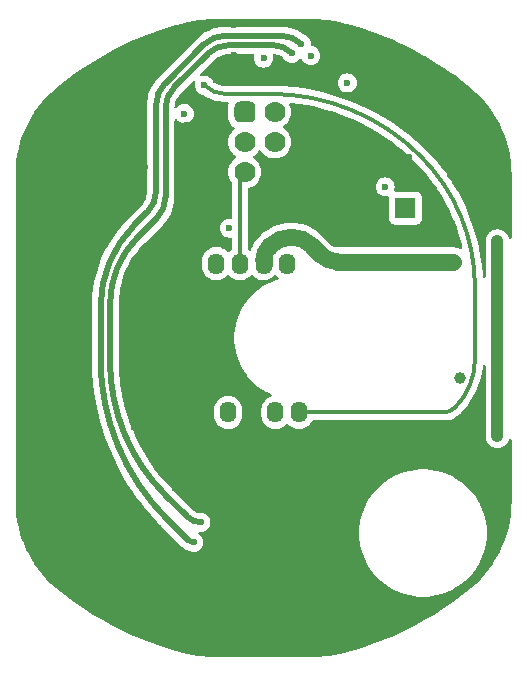
<source format=gbr>
%TF.GenerationSoftware,KiCad,Pcbnew,8.0.7*%
%TF.CreationDate,2025-09-19T21:14:15-06:00*%
%TF.ProjectId,MiniBall,4d696e69-4261-46c6-9c2e-6b696361645f,rev?*%
%TF.SameCoordinates,Original*%
%TF.FileFunction,Copper,L3,Inr*%
%TF.FilePolarity,Positive*%
%FSLAX46Y46*%
G04 Gerber Fmt 4.6, Leading zero omitted, Abs format (unit mm)*
G04 Created by KiCad (PCBNEW 8.0.7) date 2025-09-19 21:14:15*
%MOMM*%
%LPD*%
G01*
G04 APERTURE LIST*
G04 Aperture macros list*
%AMRoundRect*
0 Rectangle with rounded corners*
0 $1 Rounding radius*
0 $2 $3 $4 $5 $6 $7 $8 $9 X,Y pos of 4 corners*
0 Add a 4 corners polygon primitive as box body*
4,1,4,$2,$3,$4,$5,$6,$7,$8,$9,$2,$3,0*
0 Add four circle primitives for the rounded corners*
1,1,$1+$1,$2,$3*
1,1,$1+$1,$4,$5*
1,1,$1+$1,$6,$7*
1,1,$1+$1,$8,$9*
0 Add four rect primitives between the rounded corners*
20,1,$1+$1,$2,$3,$4,$5,0*
20,1,$1+$1,$4,$5,$6,$7,0*
20,1,$1+$1,$6,$7,$8,$9,0*
20,1,$1+$1,$8,$9,$2,$3,0*%
G04 Aperture macros list end*
%TA.AperFunction,ComponentPad*%
%ADD10RoundRect,0.444500X-0.444500X-0.444500X0.444500X-0.444500X0.444500X0.444500X-0.444500X0.444500X0*%
%TD*%
%TA.AperFunction,ComponentPad*%
%ADD11C,1.778000*%
%TD*%
%TA.AperFunction,ComponentPad*%
%ADD12R,1.778000X1.778000*%
%TD*%
%TA.AperFunction,ComponentPad*%
%ADD13O,1.400000X1.800000*%
%TD*%
%TA.AperFunction,ViaPad*%
%ADD14C,1.400000*%
%TD*%
%TA.AperFunction,ViaPad*%
%ADD15C,0.600000*%
%TD*%
%TA.AperFunction,ViaPad*%
%ADD16C,1.000000*%
%TD*%
%TA.AperFunction,ViaPad*%
%ADD17C,1.016000*%
%TD*%
%TA.AperFunction,Conductor*%
%ADD18C,1.400000*%
%TD*%
%TA.AperFunction,Conductor*%
%ADD19C,0.350000*%
%TD*%
%TA.AperFunction,Conductor*%
%ADD20C,1.000000*%
%TD*%
%TA.AperFunction,Conductor*%
%ADD21C,0.500000*%
%TD*%
G04 APERTURE END LIST*
D10*
%TO.N,MISO*%
%TO.C,MCU.J.1*%
X146901110Y-85863600D03*
D11*
%TO.N,V_USB*%
X149441110Y-85863600D03*
%TO.N,SCLK*%
X146901110Y-88403600D03*
%TO.N,MOSI*%
X149441110Y-88403600D03*
%TO.N,~{RESET}*%
X146901110Y-90943600D03*
%TO.N,GND*%
X149441110Y-90943600D03*
%TD*%
D12*
%TO.N,NetMCU.J.3_1*%
%TO.C,MCU.J.3*%
X160511100Y-94003600D03*
D11*
%TO.N,GND*%
X163051100Y-94003600D03*
%TD*%
D13*
%TO.N,NetMCU.U.1_31*%
%TO.C,MOS.U.2*%
X150501120Y-98703600D03*
%TO.N,NetMOS.D.1_C*%
X148501120Y-98703600D03*
%TO.N,~{RESET}*%
X146501120Y-98703600D03*
%TO.N,NetMCU.U.1_28*%
X144501120Y-98703600D03*
%TO.N,V_USB*%
X145501120Y-111303600D03*
%TO.N,GND*%
X147501120Y-111303600D03*
%TO.N,NetMOS.C.2_2*%
X149501120Y-111303600D03*
%TO.N,NetMCU.U.1_12*%
X151501120Y-111303600D03*
%TD*%
D14*
%TO.N,NetMOS.D.1_C*%
X164576100Y-98528600D03*
D15*
%TO.N,NetMCU.U.1_12*%
X143501100Y-83603600D03*
%TO.N,V_USB*%
X152501100Y-81103600D03*
X145601110Y-95703600D03*
X158801100Y-92203600D03*
X155601110Y-83403600D03*
X148501100Y-81303600D03*
X141801110Y-86003600D03*
D16*
X165101100Y-108403600D03*
%TO.N,NetMOS.R.3_1*%
X168301110Y-96803600D03*
X168301110Y-113303600D03*
D15*
%TO.N,NetMCU.U.1_4*%
X143201110Y-120603600D03*
X150901100Y-80903600D03*
%TO.N,NetMCU.U.1_3*%
X151701100Y-80103600D03*
X142601110Y-122303600D03*
%TO.N,GND*%
X131501110Y-91503600D03*
D17*
X156501100Y-79503600D03*
X161401100Y-127903600D03*
D15*
X128401100Y-101803600D03*
D17*
X157301100Y-117403600D03*
X156301100Y-123903600D03*
D15*
X153501100Y-129003600D03*
X140501110Y-96303600D03*
X153001100Y-87503600D03*
X167001100Y-112003600D03*
X140001100Y-121503600D03*
X135501110Y-115503600D03*
X131601110Y-115903600D03*
X137501100Y-101503600D03*
X133501100Y-107003600D03*
X143501100Y-127503600D03*
X146001100Y-78503600D03*
X156801100Y-127803600D03*
X155101100Y-112203600D03*
X162301100Y-112603600D03*
X138601100Y-98603600D03*
X146001100Y-81003600D03*
X142001100Y-87003600D03*
X143001110Y-119503600D03*
X162701100Y-87603600D03*
X135501110Y-96003600D03*
X134501100Y-85503600D03*
X133101100Y-119703600D03*
X134001110Y-111503600D03*
X131301100Y-125103600D03*
X143001110Y-96503600D03*
X151301100Y-92203600D03*
X164501110Y-96403600D03*
X148801100Y-117203600D03*
D17*
X165001100Y-84503600D03*
D15*
X137501100Y-119003600D03*
X133001110Y-85503600D03*
X147101100Y-117203600D03*
X153501100Y-126003600D03*
X133501100Y-103503600D03*
X137501100Y-105503600D03*
X131501110Y-90003600D03*
X142501100Y-130003600D03*
X131501110Y-93003600D03*
X153001100Y-91503600D03*
X143501100Y-129003600D03*
X141001100Y-117703600D03*
X167001100Y-117003600D03*
X142001100Y-79003600D03*
X131501110Y-87003600D03*
X137501100Y-108503600D03*
X154501110Y-130003600D03*
X160801110Y-89703600D03*
X167001100Y-90903600D03*
X142001100Y-92503600D03*
X159001100Y-88503600D03*
X142501100Y-131503600D03*
X153001100Y-89503600D03*
X137501100Y-112503600D03*
X139501100Y-115503600D03*
X153001100Y-124503600D03*
X152401100Y-114003600D03*
X147801100Y-119703600D03*
X134501100Y-93503600D03*
D17*
X138501100Y-80503600D03*
D15*
X139201110Y-127203600D03*
X135301110Y-82203600D03*
D17*
X163701100Y-115603600D03*
D15*
X151501100Y-78503600D03*
X128401100Y-96803600D03*
X153401100Y-95803600D03*
X131501110Y-88503600D03*
X147601100Y-95703600D03*
D17*
X134301110Y-127503600D03*
X168301110Y-120503600D03*
X168701100Y-95103600D03*
D15*
X142001100Y-90503600D03*
X128701100Y-112903600D03*
D17*
X131501110Y-84503600D03*
D15*
X158901100Y-96403600D03*
X153501100Y-127503600D03*
X159001100Y-84503600D03*
X136001100Y-85503600D03*
X137501100Y-93003600D03*
X159001100Y-80503600D03*
X153901100Y-118803600D03*
X154501110Y-131503600D03*
X138501100Y-90503600D03*
X136001100Y-93503600D03*
X135701100Y-123003600D03*
X142901110Y-113703600D03*
D17*
X128501100Y-92503600D03*
D15*
X160001100Y-115003600D03*
X133001110Y-93503600D03*
X154001100Y-81003600D03*
X128501100Y-106703600D03*
X138001110Y-91503600D03*
X133501100Y-99503600D03*
%TD*%
D18*
%TO.N,NetMOS.D.1_C*%
X152551690Y-97154190D02*
X153376100Y-97978600D01*
X148976100Y-97278600D02*
X149059240Y-97195460D01*
X154703920Y-98528600D02*
X164576100Y-98528600D01*
X148501120Y-98703600D02*
X148501120Y-98425320D01*
X154703920Y-98528600D02*
G75*
G02*
X153376095Y-97978605I-20J1877800D01*
G01*
X150855290Y-96451510D02*
G75*
G02*
X152551698Y-97154172I10J-2399090D01*
G01*
X149059239Y-97195469D02*
G75*
G02*
X150855290Y-96451507I1796061J-1796031D01*
G01*
X148501120Y-98425320D02*
G75*
G02*
X148976099Y-97278599I1621680J20D01*
G01*
D19*
%TO.N,NetMCU.U.1_12*%
X161794410Y-89596910D02*
X161796030Y-89598520D01*
X166401100Y-106813650D02*
X166401100Y-100699580D01*
X161796030Y-89598520D02*
X161807300Y-89609790D01*
X161807300Y-89609790D02*
X161807880Y-89610390D01*
X145251420Y-84328600D02*
X149074070Y-84328600D01*
X151501120Y-111303600D02*
X163694000Y-111303600D01*
X166401100Y-100697690D02*
X166401100Y-100699580D01*
X149074070Y-84328600D02*
X149075950Y-84328600D01*
X164715502Y-110881245D02*
G75*
G02*
X163694000Y-111303621I-1021502J1024045D01*
G01*
X149075958Y-84328610D02*
G75*
G02*
X161794393Y-89596937I-58J-17986290D01*
G01*
X145251420Y-84328600D02*
G75*
G02*
X143501104Y-83603606I-20J2475300D01*
G01*
X166401100Y-106813650D02*
G75*
G02*
X164715467Y-110881210I-5750600J50D01*
G01*
X161807879Y-89610383D02*
G75*
G02*
X166401081Y-100697684I-11084979J-11087317D01*
G01*
%TO.N,~{RESET}*%
X146501120Y-98703600D02*
X146501120Y-91909250D01*
X146501120Y-91909250D02*
G75*
G02*
X146901073Y-90943563I1365680J50D01*
G01*
D20*
%TO.N,NetMOS.R.3_1*%
X168301110Y-113303600D02*
X168301110Y-96803600D01*
D21*
%TO.N,NetMCU.U.1_4*%
X145553210Y-80203600D02*
X149301110Y-80203600D01*
X140201110Y-93051490D02*
X140201110Y-85555700D01*
X140195330Y-118297820D02*
X142006130Y-120108630D01*
X140194960Y-118297460D02*
X140195330Y-118297820D01*
X135501100Y-102124930D02*
X135501110Y-102127180D01*
X140945060Y-83759650D02*
X143757150Y-80947550D01*
X135501110Y-106965800D02*
X135501110Y-102127180D01*
X135501100Y-106968060D02*
X135501110Y-106965800D01*
X150837500Y-80840000D02*
X150901100Y-80903600D01*
X137851080Y-96453630D02*
X139457160Y-94847550D01*
X140194956Y-118297461D02*
G75*
G02*
X135501121Y-106968060I11325744J11329361D01*
G01*
X140201110Y-85555700D02*
G75*
G02*
X140945061Y-83759651I2539990J0D01*
G01*
X135501110Y-102124928D02*
G75*
G02*
X137851071Y-96453614I8018390J28D01*
G01*
X143201110Y-120603610D02*
G75*
G02*
X142006138Y-120108632I-10J1689910D01*
G01*
X143757159Y-80947549D02*
G75*
G02*
X145553210Y-80203607I1796041J-1796051D01*
G01*
X140201110Y-93051490D02*
G75*
G02*
X139457168Y-94847548I-2540010J-10D01*
G01*
X149301110Y-80203600D02*
G75*
G02*
X150837507Y-80840003I-10J-2172800D01*
G01*
%TO.N,NetMCU.U.1_3*%
X134701100Y-106741460D02*
X134701100Y-102351450D01*
X134701100Y-106743710D02*
X134701100Y-106741460D01*
X140331290Y-120333800D02*
X140331660Y-120334160D01*
X134701100Y-102349190D02*
X134701100Y-102351450D01*
X140331660Y-120334160D02*
X142122830Y-122125330D01*
X140145050Y-83459650D02*
X143457160Y-80147550D01*
X145253210Y-79403600D02*
X150011150Y-79403600D01*
X137563210Y-95441490D02*
X138657160Y-94347550D01*
X139401110Y-92551500D02*
X139401110Y-85255710D01*
X142553210Y-122303600D02*
X142601110Y-122303600D01*
X140331294Y-120333800D02*
G75*
G02*
X134701079Y-106743708I13586406J13590000D01*
G01*
X150011150Y-79403590D02*
G75*
G02*
X151701092Y-80103608I-50J-2390010D01*
G01*
X142553203Y-122303600D02*
G75*
G02*
X142122835Y-122125326I-3J608600D01*
G01*
X139401110Y-92551500D02*
G75*
G02*
X138657163Y-94347553I-2540010J0D01*
G01*
X139401110Y-85255710D02*
G75*
G02*
X140145056Y-83459656I2539990J10D01*
G01*
X143457159Y-80147549D02*
G75*
G02*
X145253210Y-79403607I1796041J-1796051D01*
G01*
X134701100Y-102349188D02*
G75*
G02*
X137563218Y-95441500I9766900J-12D01*
G01*
%TD*%
%TA.AperFunction,Conductor*%
%TO.N,GND*%
G36*
X152715780Y-78004134D02*
G01*
X153160036Y-78014634D01*
X153165860Y-78014909D01*
X153607732Y-78046284D01*
X153613529Y-78046834D01*
X154053417Y-78099047D01*
X154059169Y-78099868D01*
X154496097Y-78172804D01*
X154501827Y-78173900D01*
X154935704Y-78267585D01*
X154940646Y-78268759D01*
X155131696Y-78318321D01*
X155870806Y-78510058D01*
X155875003Y-78511226D01*
X156797051Y-78785332D01*
X156801127Y-78786622D01*
X157712960Y-79092947D01*
X157717044Y-79094398D01*
X157779464Y-79117839D01*
X158617573Y-79432575D01*
X158621625Y-79434179D01*
X159509653Y-79803757D01*
X159513645Y-79805501D01*
X159773112Y-79924345D01*
X160388195Y-80206073D01*
X160392082Y-80207937D01*
X160730979Y-80377811D01*
X161251992Y-80638972D01*
X161255852Y-80640992D01*
X162100093Y-81101974D01*
X162103880Y-81104129D01*
X162137992Y-81124342D01*
X162931404Y-81594484D01*
X162935098Y-81596761D01*
X163744895Y-82115894D01*
X163748481Y-82118283D01*
X164395811Y-82566110D01*
X164539561Y-82665558D01*
X164543100Y-82668100D01*
X164684943Y-82773784D01*
X165289657Y-83224345D01*
X165314420Y-83242795D01*
X165317849Y-83245445D01*
X165712972Y-83562025D01*
X166067895Y-83846396D01*
X166072340Y-83850131D01*
X166189202Y-83953123D01*
X166485527Y-84214279D01*
X166490840Y-84219246D01*
X166562549Y-84290335D01*
X166833655Y-84559100D01*
X166881386Y-84606418D01*
X166886399Y-84611688D01*
X167253580Y-85021101D01*
X167258275Y-85026656D01*
X167600811Y-85456881D01*
X167605173Y-85462702D01*
X167921898Y-85912273D01*
X167925911Y-85918339D01*
X168215738Y-86385716D01*
X168219388Y-86392007D01*
X168481308Y-86875563D01*
X168484583Y-86882057D01*
X168717702Y-87380138D01*
X168720591Y-87386813D01*
X168924110Y-87897718D01*
X168926602Y-87904551D01*
X169098255Y-88421802D01*
X169099816Y-88426504D01*
X169101901Y-88433465D01*
X169120413Y-88502565D01*
X169244206Y-88964656D01*
X169245882Y-88971733D01*
X169356808Y-89510392D01*
X169358065Y-89517556D01*
X169437215Y-90061767D01*
X169438050Y-90068993D01*
X169485155Y-90616908D01*
X169485565Y-90624170D01*
X169500548Y-91177020D01*
X169500594Y-91180655D01*
X169500439Y-91250070D01*
X169500600Y-91252560D01*
X169500600Y-96461603D01*
X169480915Y-96528642D01*
X169428111Y-96574397D01*
X169358953Y-96584341D01*
X169295397Y-96555316D01*
X169262040Y-96509057D01*
X169246593Y-96471766D01*
X169242493Y-96460310D01*
X169229924Y-96418873D01*
X169209514Y-96380691D01*
X169204313Y-96369695D01*
X169187742Y-96329686D01*
X169163682Y-96293678D01*
X169157426Y-96283240D01*
X169137021Y-96245064D01*
X169137020Y-96245062D01*
X169109548Y-96211588D01*
X169102304Y-96201819D01*
X169078250Y-96165819D01*
X169078246Y-96165814D01*
X169047630Y-96135199D01*
X169039456Y-96126181D01*
X169011994Y-96092718D01*
X168978526Y-96065251D01*
X168969511Y-96057079D01*
X168938897Y-96026465D01*
X168938893Y-96026462D01*
X168938890Y-96026460D01*
X168922249Y-96015340D01*
X168902882Y-96002399D01*
X168893112Y-95995152D01*
X168859653Y-95967694D01*
X168859645Y-95967688D01*
X168837549Y-95955878D01*
X168821460Y-95947278D01*
X168811028Y-95941025D01*
X168775028Y-95916970D01*
X168775024Y-95916968D01*
X168735025Y-95900400D01*
X168724023Y-95895197D01*
X168685839Y-95874787D01*
X168685838Y-95874786D01*
X168685837Y-95874786D01*
X168644387Y-95862212D01*
X168632944Y-95858117D01*
X168592944Y-95841548D01*
X168592937Y-95841546D01*
X168550488Y-95833103D01*
X168538685Y-95830147D01*
X168497244Y-95817576D01*
X168497240Y-95817575D01*
X168454145Y-95813330D01*
X168442116Y-95811545D01*
X168399654Y-95803100D01*
X168399651Y-95803100D01*
X168356354Y-95803100D01*
X168344200Y-95802503D01*
X168301110Y-95798259D01*
X168258020Y-95802503D01*
X168245866Y-95803100D01*
X168202563Y-95803100D01*
X168160101Y-95811545D01*
X168148073Y-95813330D01*
X168104977Y-95817576D01*
X168063537Y-95830146D01*
X168051736Y-95833102D01*
X168009276Y-95841548D01*
X168009271Y-95841549D01*
X167969269Y-95858118D01*
X167957817Y-95862216D01*
X167916382Y-95874786D01*
X167878201Y-95895194D01*
X167867203Y-95900395D01*
X167827201Y-95916964D01*
X167791190Y-95941026D01*
X167780755Y-95947280D01*
X167742575Y-95967687D01*
X167742570Y-95967691D01*
X167709100Y-95995157D01*
X167699335Y-96002399D01*
X167663335Y-96026455D01*
X167663329Y-96026460D01*
X167632705Y-96057083D01*
X167623694Y-96065250D01*
X167590227Y-96092717D01*
X167562760Y-96126184D01*
X167554593Y-96135195D01*
X167523970Y-96165819D01*
X167523965Y-96165825D01*
X167499909Y-96201825D01*
X167492667Y-96211590D01*
X167465201Y-96245060D01*
X167465197Y-96245065D01*
X167444790Y-96283245D01*
X167438536Y-96293680D01*
X167414474Y-96329691D01*
X167397905Y-96369693D01*
X167392704Y-96380691D01*
X167372296Y-96418872D01*
X167359726Y-96460307D01*
X167355628Y-96471759D01*
X167339059Y-96511761D01*
X167339058Y-96511766D01*
X167330612Y-96554226D01*
X167327656Y-96566027D01*
X167315086Y-96607467D01*
X167310840Y-96650563D01*
X167309055Y-96662591D01*
X167300610Y-96705053D01*
X167300610Y-96748354D01*
X167300013Y-96760507D01*
X167295769Y-96803599D01*
X167300013Y-96846690D01*
X167300610Y-96858844D01*
X167300610Y-99798588D01*
X167280925Y-99865627D01*
X167228121Y-99911382D01*
X167158963Y-99921326D01*
X167095407Y-99892301D01*
X167057633Y-99833523D01*
X167052742Y-99804321D01*
X167041669Y-99564830D01*
X166971925Y-98812282D01*
X166867495Y-98063759D01*
X166728603Y-97320858D01*
X166555545Y-96585165D01*
X166348691Y-95858251D01*
X166108481Y-95141667D01*
X165835429Y-94436943D01*
X165530117Y-93745584D01*
X165193198Y-93069064D01*
X165019382Y-92757055D01*
X164825401Y-92408848D01*
X164825381Y-92408814D01*
X164481844Y-91854076D01*
X164427479Y-91766288D01*
X164427474Y-91766281D01*
X164427468Y-91766271D01*
X164069629Y-91243982D01*
X164000313Y-91142811D01*
X163544806Y-90539731D01*
X163061928Y-89958334D01*
X162892762Y-89772805D01*
X162552731Y-89399882D01*
X162552722Y-89399873D01*
X162552712Y-89399862D01*
X162336036Y-89183229D01*
X162335981Y-89183169D01*
X162324929Y-89172118D01*
X162321911Y-89168798D01*
X162319391Y-89166293D01*
X162319390Y-89166292D01*
X162287385Y-89134483D01*
X162285720Y-89132795D01*
X162246738Y-89092470D01*
X162242096Y-89088527D01*
X162242373Y-89088199D01*
X162234104Y-89081293D01*
X162222543Y-89069732D01*
X162221975Y-89069218D01*
X162190188Y-89037430D01*
X161984117Y-88831349D01*
X161383674Y-88281122D01*
X161383670Y-88281119D01*
X161383665Y-88281114D01*
X160759797Y-87757607D01*
X160113697Y-87261818D01*
X159446549Y-86794659D01*
X158759695Y-86357069D01*
X158054389Y-85949847D01*
X157505805Y-85664263D01*
X157331989Y-85573777D01*
X157331982Y-85573774D01*
X157331973Y-85573769D01*
X156593877Y-85229577D01*
X155841456Y-84917904D01*
X155076168Y-84639352D01*
X155076156Y-84639348D01*
X155076150Y-84639346D01*
X154299425Y-84394437D01*
X154299411Y-84394433D01*
X154299404Y-84394431D01*
X153512756Y-84183641D01*
X152717648Y-84007363D01*
X151915593Y-83865933D01*
X151202079Y-83771993D01*
X151108140Y-83759625D01*
X150837699Y-83735963D01*
X150296819Y-83688640D01*
X149483170Y-83653111D01*
X149148590Y-83653110D01*
X149148383Y-83653100D01*
X149142481Y-83653100D01*
X149140601Y-83653100D01*
X145255480Y-83653100D01*
X145247371Y-83652835D01*
X145024601Y-83638235D01*
X145008519Y-83636117D01*
X144793560Y-83593360D01*
X144777894Y-83589163D01*
X144570351Y-83518714D01*
X144555365Y-83512506D01*
X144358794Y-83415569D01*
X144344747Y-83407459D01*
X144338966Y-83403596D01*
X154795545Y-83403596D01*
X154795545Y-83403603D01*
X154815740Y-83582849D01*
X154815741Y-83582854D01*
X154875321Y-83753123D01*
X154971294Y-83905862D01*
X155098848Y-84033416D01*
X155251588Y-84129389D01*
X155298594Y-84145837D01*
X155421855Y-84188968D01*
X155421860Y-84188969D01*
X155601106Y-84209165D01*
X155601110Y-84209165D01*
X155601114Y-84209165D01*
X155780359Y-84188969D01*
X155780362Y-84188968D01*
X155780365Y-84188968D01*
X155950632Y-84129389D01*
X156103372Y-84033416D01*
X156230926Y-83905862D01*
X156326899Y-83753122D01*
X156386478Y-83582855D01*
X156388825Y-83562025D01*
X156406675Y-83403603D01*
X156406675Y-83403596D01*
X156386479Y-83224350D01*
X156386478Y-83224345D01*
X156377855Y-83199701D01*
X156326899Y-83054078D01*
X156230926Y-82901338D01*
X156103372Y-82773784D01*
X156060663Y-82746948D01*
X155950633Y-82677811D01*
X155780364Y-82618231D01*
X155780359Y-82618230D01*
X155601114Y-82598035D01*
X155601106Y-82598035D01*
X155421860Y-82618230D01*
X155421855Y-82618231D01*
X155251586Y-82677811D01*
X155098847Y-82773784D01*
X154971294Y-82901337D01*
X154875321Y-83054076D01*
X154815741Y-83224345D01*
X154815740Y-83224350D01*
X154795545Y-83403596D01*
X144338966Y-83403596D01*
X144295435Y-83374510D01*
X144250629Y-83320898D01*
X144247283Y-83312362D01*
X144247164Y-83312021D01*
X144226889Y-83254078D01*
X144221473Y-83245459D01*
X144130915Y-83101337D01*
X144003362Y-82973784D01*
X143850623Y-82877811D01*
X143680354Y-82818231D01*
X143680349Y-82818230D01*
X143501104Y-82798035D01*
X143501096Y-82798035D01*
X143321850Y-82818230D01*
X143321839Y-82818233D01*
X143259317Y-82840110D01*
X143189539Y-82843671D01*
X143128912Y-82808942D01*
X143096685Y-82746948D01*
X143103091Y-82677372D01*
X143130681Y-82635389D01*
X144227234Y-81538832D01*
X144227302Y-81538772D01*
X144232061Y-81534012D01*
X144232064Y-81534011D01*
X144284963Y-81481111D01*
X144290860Y-81475588D01*
X144457726Y-81329250D01*
X144470587Y-81319383D01*
X144651706Y-81198364D01*
X144665740Y-81190261D01*
X144861119Y-81093911D01*
X144876079Y-81087715D01*
X145082365Y-81017691D01*
X145098012Y-81013498D01*
X145311666Y-80971000D01*
X145327721Y-80968885D01*
X145549291Y-80954364D01*
X145557389Y-80954100D01*
X145632088Y-80954100D01*
X147600541Y-80954100D01*
X147667580Y-80973785D01*
X147713335Y-81026589D01*
X147723279Y-81095747D01*
X147717583Y-81119054D01*
X147715732Y-81124342D01*
X147715730Y-81124350D01*
X147695535Y-81303596D01*
X147695535Y-81303603D01*
X147715730Y-81482849D01*
X147715731Y-81482854D01*
X147775311Y-81653123D01*
X147797835Y-81688969D01*
X147871284Y-81805862D01*
X147998838Y-81933416D01*
X148151578Y-82029389D01*
X148321845Y-82088968D01*
X148321850Y-82088969D01*
X148501096Y-82109165D01*
X148501100Y-82109165D01*
X148501104Y-82109165D01*
X148680349Y-82088969D01*
X148680352Y-82088968D01*
X148680355Y-82088968D01*
X148850622Y-82029389D01*
X149003362Y-81933416D01*
X149130916Y-81805862D01*
X149226889Y-81653122D01*
X149286468Y-81482855D01*
X149289818Y-81453122D01*
X149306665Y-81303603D01*
X149306665Y-81303596D01*
X149286469Y-81124350D01*
X149284918Y-81117553D01*
X149286619Y-81117164D01*
X149283509Y-81056300D01*
X149318234Y-80995670D01*
X149380226Y-80963440D01*
X149412219Y-80961383D01*
X149478649Y-80965737D01*
X149494718Y-80967853D01*
X149661262Y-81000981D01*
X149676906Y-81005173D01*
X149837701Y-81059756D01*
X149852682Y-81065961D01*
X150004969Y-81141061D01*
X150019007Y-81149167D01*
X150153820Y-81239247D01*
X150189922Y-81276376D01*
X150243971Y-81362395D01*
X150271284Y-81405862D01*
X150398838Y-81533416D01*
X150551578Y-81629389D01*
X150619406Y-81653123D01*
X150721845Y-81688968D01*
X150721850Y-81688969D01*
X150901096Y-81709165D01*
X150901100Y-81709165D01*
X150901104Y-81709165D01*
X151080349Y-81688969D01*
X151080352Y-81688968D01*
X151080355Y-81688968D01*
X151250622Y-81629389D01*
X151403362Y-81533416D01*
X151530916Y-81405862D01*
X151540278Y-81390961D01*
X151592610Y-81344671D01*
X151661664Y-81334021D01*
X151725513Y-81362395D01*
X151762314Y-81415979D01*
X151775310Y-81453121D01*
X151829172Y-81538841D01*
X151871284Y-81605862D01*
X151998838Y-81733416D01*
X152151578Y-81829389D01*
X152321845Y-81888968D01*
X152321850Y-81888969D01*
X152501096Y-81909165D01*
X152501100Y-81909165D01*
X152501104Y-81909165D01*
X152680349Y-81888969D01*
X152680352Y-81888968D01*
X152680355Y-81888968D01*
X152850622Y-81829389D01*
X153003362Y-81733416D01*
X153130916Y-81605862D01*
X153226889Y-81453122D01*
X153286468Y-81282855D01*
X153289818Y-81253122D01*
X153306665Y-81103603D01*
X153306665Y-81103596D01*
X153286469Y-80924350D01*
X153286468Y-80924345D01*
X153226888Y-80754076D01*
X153130915Y-80601337D01*
X153003362Y-80473784D01*
X152850623Y-80377811D01*
X152680354Y-80318231D01*
X152680350Y-80318230D01*
X152608182Y-80310099D01*
X152543768Y-80283032D01*
X152504213Y-80225437D01*
X152498846Y-80172995D01*
X152506665Y-80103602D01*
X152506665Y-80103596D01*
X152486469Y-79924350D01*
X152486468Y-79924345D01*
X152444889Y-79805519D01*
X152426889Y-79754078D01*
X152330916Y-79601338D01*
X152203362Y-79473784D01*
X152139013Y-79433351D01*
X152050624Y-79377812D01*
X152050623Y-79377811D01*
X152014251Y-79365084D01*
X151976542Y-79343896D01*
X151884170Y-79268088D01*
X151884169Y-79268087D01*
X151884165Y-79268084D01*
X151627609Y-79096657D01*
X151627608Y-79096656D01*
X151627606Y-79096655D01*
X151355490Y-78951203D01*
X151355488Y-78951202D01*
X151355486Y-78951201D01*
X151070417Y-78833118D01*
X151070413Y-78833116D01*
X151070404Y-78833113D01*
X151070397Y-78833111D01*
X150775151Y-78743546D01*
X150472524Y-78683344D01*
X150472520Y-78683343D01*
X150472517Y-78683343D01*
X150340008Y-78670289D01*
X150165439Y-78653092D01*
X150011167Y-78653090D01*
X150011166Y-78653090D01*
X149932285Y-78653088D01*
X149932284Y-78653088D01*
X149925850Y-78653088D01*
X149925624Y-78653100D01*
X145173250Y-78653100D01*
X145173087Y-78653108D01*
X145091561Y-78653108D01*
X145006201Y-78661514D01*
X144769826Y-78684794D01*
X144769824Y-78684794D01*
X144452728Y-78747866D01*
X144324871Y-78786651D01*
X144143341Y-78841717D01*
X144143339Y-78841717D01*
X144143335Y-78841719D01*
X143844660Y-78965433D01*
X143844646Y-78965439D01*
X143559523Y-79117839D01*
X143559512Y-79117845D01*
X143290690Y-79297465D01*
X143040783Y-79502559D01*
X142926476Y-79616864D01*
X142870701Y-79672640D01*
X142870696Y-79672645D01*
X139558373Y-82984957D01*
X139558250Y-82985091D01*
X139500070Y-83043273D01*
X139294969Y-83293190D01*
X139294959Y-83293204D01*
X139115351Y-83562007D01*
X139115340Y-83562025D01*
X138962947Y-83847135D01*
X138962940Y-83847149D01*
X138839220Y-84145835D01*
X138745369Y-84455228D01*
X138745366Y-84455240D01*
X138682299Y-84772307D01*
X138682296Y-84772325D01*
X138668406Y-84913366D01*
X138650760Y-85092544D01*
X138650610Y-85094064D01*
X138650610Y-92547433D01*
X138650345Y-92555543D01*
X138635832Y-92776973D01*
X138633714Y-92793055D01*
X138591220Y-93006681D01*
X138587023Y-93022347D01*
X138517004Y-93228621D01*
X138510796Y-93243607D01*
X138414457Y-93438962D01*
X138406347Y-93453009D01*
X138285331Y-93634123D01*
X138275457Y-93646991D01*
X138129203Y-93813761D01*
X138123656Y-93819684D01*
X137040783Y-94902550D01*
X137040767Y-94902565D01*
X136996411Y-94946904D01*
X136996321Y-94947010D01*
X136991133Y-94952198D01*
X136991116Y-94952216D01*
X136823878Y-95119386D01*
X136430450Y-95559459D01*
X136430422Y-95559492D01*
X136062277Y-96020959D01*
X135720587Y-96502357D01*
X135406439Y-97002153D01*
X135293626Y-97206208D01*
X135120806Y-97518801D01*
X135120801Y-97518809D01*
X135120800Y-97518813D01*
X134864605Y-98050640D01*
X134638642Y-98596002D01*
X134638631Y-98596029D01*
X134443610Y-99153202D01*
X134280138Y-99720459D01*
X134280134Y-99720475D01*
X134148745Y-100295968D01*
X134148736Y-100296011D01*
X134049829Y-100877973D01*
X133983715Y-101464589D01*
X133983713Y-101464610D01*
X133973558Y-101645388D01*
X133950602Y-102054024D01*
X133950601Y-102054033D01*
X133950600Y-102275269D01*
X133950600Y-106692320D01*
X133950578Y-106692391D01*
X133950578Y-107156523D01*
X133984700Y-107981463D01*
X134052887Y-108804274D01*
X134155026Y-109623561D01*
X134290941Y-110437939D01*
X134460401Y-111246005D01*
X134663113Y-112046366D01*
X134898731Y-112837663D01*
X135166853Y-113618542D01*
X135467030Y-114387693D01*
X135798743Y-115143784D01*
X136161408Y-115885484D01*
X136554428Y-116611582D01*
X136977118Y-117320804D01*
X137428770Y-118011962D01*
X137548541Y-118179675D01*
X137908599Y-118683858D01*
X138022714Y-118830440D01*
X138415788Y-119335346D01*
X138949474Y-119965317D01*
X139508722Y-120572671D01*
X139744085Y-120807973D01*
X139751179Y-120815693D01*
X139754942Y-120820152D01*
X139803858Y-120867746D01*
X139804995Y-120868866D01*
X139820603Y-120884471D01*
X139820614Y-120884482D01*
X141532006Y-122595874D01*
X141532016Y-122595885D01*
X141632101Y-122695981D01*
X141632142Y-122696011D01*
X141648712Y-122712581D01*
X141648775Y-122712637D01*
X141655118Y-122718981D01*
X141655123Y-122718986D01*
X141796465Y-122827449D01*
X141796467Y-122827450D01*
X141950766Y-122916540D01*
X142115374Y-122984727D01*
X142210892Y-123010322D01*
X142244762Y-123025100D01*
X142251588Y-123029389D01*
X142251590Y-123029390D01*
X142421847Y-123088966D01*
X142421853Y-123088967D01*
X142421855Y-123088968D01*
X142421856Y-123088968D01*
X142421860Y-123088969D01*
X142601106Y-123109165D01*
X142601110Y-123109165D01*
X142601114Y-123109165D01*
X142780359Y-123088969D01*
X142780362Y-123088968D01*
X142780365Y-123088968D01*
X142950632Y-123029389D01*
X143103372Y-122933416D01*
X143230926Y-122805862D01*
X143326899Y-122653122D01*
X143386478Y-122482855D01*
X143406675Y-122303600D01*
X143390458Y-122159671D01*
X143386479Y-122124350D01*
X143386478Y-122124345D01*
X143331222Y-121966433D01*
X143326899Y-121954078D01*
X143230926Y-121801338D01*
X143103372Y-121673784D01*
X143028867Y-121626969D01*
X142982577Y-121574635D01*
X142972251Y-121507672D01*
X156591646Y-121507672D01*
X156591646Y-121507685D01*
X156611132Y-121966420D01*
X156669456Y-122421882D01*
X156766193Y-122870743D01*
X156766195Y-122870751D01*
X156900648Y-123309785D01*
X156900650Y-123309791D01*
X157071846Y-123735829D01*
X157071850Y-123735840D01*
X157278560Y-124145824D01*
X157278570Y-124145842D01*
X157519315Y-124536837D01*
X157792351Y-124906006D01*
X157792359Y-124906015D01*
X157792362Y-124906019D01*
X158095710Y-125250688D01*
X158095712Y-125250690D01*
X158427210Y-125568406D01*
X158784459Y-125856864D01*
X159164884Y-126113987D01*
X159343044Y-126213512D01*
X159565734Y-126337915D01*
X159565756Y-126337926D01*
X159984144Y-126527050D01*
X159984149Y-126527052D01*
X160183687Y-126597553D01*
X160417089Y-126680019D01*
X160861440Y-126795719D01*
X161314003Y-126873319D01*
X161455632Y-126885373D01*
X161771497Y-126912258D01*
X161771514Y-126912258D01*
X161771516Y-126912259D01*
X161771517Y-126912259D01*
X162230683Y-126912259D01*
X162230684Y-126912259D01*
X162230685Y-126912258D01*
X162230702Y-126912258D01*
X162503004Y-126889081D01*
X162688197Y-126873319D01*
X163140760Y-126795719D01*
X163585111Y-126680019D01*
X164018050Y-126527052D01*
X164018055Y-126527050D01*
X164436443Y-126337926D01*
X164436445Y-126337924D01*
X164436456Y-126337920D01*
X164837316Y-126113987D01*
X165217741Y-125856864D01*
X165574990Y-125568406D01*
X165906488Y-125250690D01*
X166209849Y-124906006D01*
X166482885Y-124536837D01*
X166723630Y-124145842D01*
X166930349Y-123735840D01*
X167101552Y-123309783D01*
X167236007Y-122870743D01*
X167332744Y-122421881D01*
X167391066Y-121966433D01*
X167392773Y-121926266D01*
X167410554Y-121507685D01*
X167410554Y-121507672D01*
X167391067Y-121048937D01*
X167391066Y-121048931D01*
X167391066Y-121048925D01*
X167332744Y-120593477D01*
X167236007Y-120144615D01*
X167101552Y-119705575D01*
X167101551Y-119705572D01*
X167101549Y-119705566D01*
X166930353Y-119279528D01*
X166930349Y-119279517D01*
X166723639Y-118869533D01*
X166723628Y-118869513D01*
X166699367Y-118830110D01*
X166482885Y-118478521D01*
X166209849Y-118109352D01*
X166043751Y-117920629D01*
X165906489Y-117764669D01*
X165906488Y-117764668D01*
X165574992Y-117446954D01*
X165574990Y-117446952D01*
X165217741Y-117158494D01*
X164837316Y-116901371D01*
X164826792Y-116895492D01*
X164436465Y-116677442D01*
X164436443Y-116677431D01*
X164018055Y-116488307D01*
X164018050Y-116488305D01*
X163585106Y-116335337D01*
X163140758Y-116219638D01*
X162688207Y-116142040D01*
X162688181Y-116142037D01*
X162230702Y-116103099D01*
X162230684Y-116103099D01*
X161771516Y-116103099D01*
X161771497Y-116103099D01*
X161314018Y-116142037D01*
X161313992Y-116142040D01*
X160861441Y-116219638D01*
X160417093Y-116335337D01*
X159984149Y-116488305D01*
X159984144Y-116488307D01*
X159565756Y-116677431D01*
X159565734Y-116677442D01*
X159164892Y-116901366D01*
X159164873Y-116901378D01*
X158784464Y-117158490D01*
X158427207Y-117446954D01*
X158095711Y-117764668D01*
X158095710Y-117764669D01*
X157792362Y-118109338D01*
X157792355Y-118109347D01*
X157792351Y-118109352D01*
X157597788Y-118372417D01*
X157519314Y-118478522D01*
X157278571Y-118869513D01*
X157278560Y-118869533D01*
X157071850Y-119279517D01*
X157071846Y-119279528D01*
X156900650Y-119705566D01*
X156900648Y-119705572D01*
X156766195Y-120144606D01*
X156766193Y-120144614D01*
X156669456Y-120593475D01*
X156611132Y-121048937D01*
X156591646Y-121507672D01*
X142972251Y-121507672D01*
X142971929Y-121505581D01*
X143000304Y-121441733D01*
X143058694Y-121403361D01*
X143108723Y-121398756D01*
X143201106Y-121409165D01*
X143201110Y-121409165D01*
X143201114Y-121409165D01*
X143380359Y-121388969D01*
X143380362Y-121388968D01*
X143380365Y-121388968D01*
X143550632Y-121329389D01*
X143703372Y-121233416D01*
X143830926Y-121105862D01*
X143926899Y-120953122D01*
X143986478Y-120782855D01*
X144006675Y-120603600D01*
X144005534Y-120593477D01*
X143986479Y-120424350D01*
X143986478Y-120424345D01*
X143926898Y-120254076D01*
X143830925Y-120101337D01*
X143703372Y-119973784D01*
X143550633Y-119877811D01*
X143380364Y-119818231D01*
X143380359Y-119818230D01*
X143201114Y-119798035D01*
X143201106Y-119798035D01*
X143021857Y-119818231D01*
X143016928Y-119819356D01*
X142960397Y-119819037D01*
X142920296Y-119809410D01*
X142901789Y-119803397D01*
X142783627Y-119754452D01*
X142766290Y-119745618D01*
X142657244Y-119678794D01*
X142641501Y-119667356D01*
X142540492Y-119581084D01*
X142533342Y-119574475D01*
X142475677Y-119516808D01*
X142475660Y-119516793D01*
X140786730Y-117827854D01*
X140786676Y-117827793D01*
X140782581Y-117823700D01*
X140775468Y-117815961D01*
X140771679Y-117811471D01*
X140771674Y-117811464D01*
X140725939Y-117766965D01*
X140722618Y-117763608D01*
X140210694Y-117226084D01*
X140206605Y-117221574D01*
X139720888Y-116658658D01*
X139717025Y-116653953D01*
X139587716Y-116488305D01*
X139259505Y-116067857D01*
X139255884Y-116062976D01*
X139130849Y-115885487D01*
X138827684Y-115455138D01*
X138824302Y-115450077D01*
X138426459Y-114821972D01*
X138423329Y-114816751D01*
X138180211Y-114387693D01*
X138056782Y-114169865D01*
X138053930Y-114164531D01*
X137719555Y-113500396D01*
X137716959Y-113494908D01*
X137699990Y-113456635D01*
X137415599Y-112815201D01*
X137413277Y-112809597D01*
X137372573Y-112704100D01*
X137262685Y-112419287D01*
X137145635Y-112115913D01*
X137143584Y-112110182D01*
X137105858Y-111996009D01*
X136910303Y-111404180D01*
X136908557Y-111398425D01*
X136800798Y-111009113D01*
X144300620Y-111009113D01*
X144300620Y-111598086D01*
X144330179Y-111784718D01*
X144388574Y-111964436D01*
X144462836Y-112110182D01*
X144474360Y-112132799D01*
X144585430Y-112285673D01*
X144719047Y-112419290D01*
X144871921Y-112530360D01*
X144951467Y-112570890D01*
X145040283Y-112616145D01*
X145040285Y-112616145D01*
X145040288Y-112616147D01*
X145136617Y-112647446D01*
X145220001Y-112674540D01*
X145406634Y-112704100D01*
X145406639Y-112704100D01*
X145595606Y-112704100D01*
X145782238Y-112674540D01*
X145961952Y-112616147D01*
X146130319Y-112530360D01*
X146283193Y-112419290D01*
X146416810Y-112285673D01*
X146527880Y-112132799D01*
X146613667Y-111964432D01*
X146672060Y-111784718D01*
X146682611Y-111718100D01*
X146701620Y-111598086D01*
X146701620Y-111009113D01*
X146672060Y-110822481D01*
X146613665Y-110642763D01*
X146527879Y-110474400D01*
X146501390Y-110437941D01*
X146416810Y-110321527D01*
X146283193Y-110187910D01*
X146130319Y-110076840D01*
X145961956Y-109991054D01*
X145782238Y-109932659D01*
X145595606Y-109903100D01*
X145595601Y-109903100D01*
X145406639Y-109903100D01*
X145406634Y-109903100D01*
X145220001Y-109932659D01*
X145040283Y-109991054D01*
X144871920Y-110076840D01*
X144816465Y-110117131D01*
X144719047Y-110187910D01*
X144719045Y-110187912D01*
X144719044Y-110187912D01*
X144585432Y-110321524D01*
X144585432Y-110321525D01*
X144585430Y-110321527D01*
X144537730Y-110387179D01*
X144474360Y-110474400D01*
X144388574Y-110642763D01*
X144330179Y-110822481D01*
X144300620Y-111009113D01*
X136800798Y-111009113D01*
X136710209Y-110681835D01*
X136708731Y-110675937D01*
X136693881Y-110609819D01*
X136545788Y-109950470D01*
X136544609Y-109944540D01*
X136417465Y-109211936D01*
X136416575Y-109205933D01*
X136386500Y-108962139D01*
X136325544Y-108468015D01*
X136324949Y-108461969D01*
X136292259Y-108018873D01*
X136270243Y-107720461D01*
X136269945Y-107714396D01*
X136269413Y-107692716D01*
X136251652Y-106969296D01*
X136251617Y-106965828D01*
X136251930Y-106895204D01*
X136251929Y-106895200D01*
X136251939Y-106893007D01*
X136251610Y-106885983D01*
X136251610Y-102206992D01*
X136251940Y-102199947D01*
X136251930Y-102197765D01*
X136251931Y-102197762D01*
X136251617Y-102127259D01*
X136251681Y-102122747D01*
X136267047Y-101653484D01*
X136267578Y-101645388D01*
X136313427Y-101180005D01*
X136314487Y-101171957D01*
X136390684Y-100710582D01*
X136392268Y-100702621D01*
X136392872Y-100700032D01*
X136498494Y-100247186D01*
X136500587Y-100239381D01*
X136636381Y-99791877D01*
X136638988Y-99784203D01*
X136803770Y-99346537D01*
X136806851Y-99339100D01*
X136999922Y-98913135D01*
X137003510Y-98905864D01*
X137224025Y-98493464D01*
X137228064Y-98486472D01*
X137475090Y-98089380D01*
X137479580Y-98082661D01*
X137752059Y-97702576D01*
X137756999Y-97696143D01*
X137838782Y-97596535D01*
X138053745Y-97334717D01*
X138059093Y-97328623D01*
X138379827Y-96986344D01*
X138382620Y-96983459D01*
X138437426Y-96928682D01*
X138437428Y-96928678D01*
X138442006Y-96924103D01*
X138442285Y-96923791D01*
X139951528Y-95414547D01*
X139951547Y-95414537D01*
X139987854Y-95378228D01*
X139987855Y-95378229D01*
X140102159Y-95263923D01*
X140307260Y-95014004D01*
X140486877Y-94745186D01*
X140639280Y-94460056D01*
X140763001Y-94161362D01*
X140856850Y-93851979D01*
X140919922Y-93534886D01*
X140951610Y-93213139D01*
X140951610Y-93051487D01*
X140951610Y-92972606D01*
X140951610Y-86584758D01*
X140971295Y-86517719D01*
X141024099Y-86471964D01*
X141093257Y-86462020D01*
X141156813Y-86491045D01*
X141166339Y-86500968D01*
X141166370Y-86500938D01*
X141171294Y-86505862D01*
X141298848Y-86633416D01*
X141389190Y-86690182D01*
X141436602Y-86719973D01*
X141451588Y-86729389D01*
X141621855Y-86788968D01*
X141621860Y-86788969D01*
X141801106Y-86809165D01*
X141801110Y-86809165D01*
X141801114Y-86809165D01*
X141980359Y-86788969D01*
X141980362Y-86788968D01*
X141980365Y-86788968D01*
X142150632Y-86729389D01*
X142303372Y-86633416D01*
X142430926Y-86505862D01*
X142526899Y-86353122D01*
X142586478Y-86182855D01*
X142587449Y-86174236D01*
X142606675Y-86003603D01*
X142606675Y-86003596D01*
X142586479Y-85824350D01*
X142586478Y-85824345D01*
X142526899Y-85654078D01*
X142514355Y-85634115D01*
X142430925Y-85501337D01*
X142303372Y-85373784D01*
X142150633Y-85277811D01*
X141980364Y-85218231D01*
X141980359Y-85218230D01*
X141801114Y-85198035D01*
X141801106Y-85198035D01*
X141621860Y-85218230D01*
X141621855Y-85218231D01*
X141451586Y-85277811D01*
X141298849Y-85373783D01*
X141172977Y-85499655D01*
X141111654Y-85533139D01*
X141041962Y-85528155D01*
X140986029Y-85486283D01*
X140961612Y-85420819D01*
X140961561Y-85403872D01*
X140966388Y-85330217D01*
X140968503Y-85314160D01*
X141011001Y-85100508D01*
X141015198Y-85084848D01*
X141085219Y-84878573D01*
X141091416Y-84863613D01*
X141187766Y-84668235D01*
X141195869Y-84654200D01*
X141316897Y-84473069D01*
X141326754Y-84460224D01*
X141473096Y-84293353D01*
X141478617Y-84287459D01*
X142532888Y-83233184D01*
X142594209Y-83199701D01*
X142663900Y-83204685D01*
X142719834Y-83246556D01*
X142744251Y-83312021D01*
X142737609Y-83361820D01*
X142715733Y-83424339D01*
X142715730Y-83424350D01*
X142695535Y-83603596D01*
X142695535Y-83603603D01*
X142715730Y-83782849D01*
X142715731Y-83782854D01*
X142775311Y-83953123D01*
X142809392Y-84007362D01*
X142871284Y-84105862D01*
X142998838Y-84233416D01*
X143151578Y-84329389D01*
X143321845Y-84388968D01*
X143355835Y-84392797D01*
X143410840Y-84412913D01*
X143629624Y-84559098D01*
X143902649Y-84705032D01*
X144188664Y-84823501D01*
X144484914Y-84913366D01*
X144788546Y-84973760D01*
X145096636Y-85004101D01*
X145251425Y-85004100D01*
X145427976Y-85004100D01*
X145495015Y-85023785D01*
X145540770Y-85076589D01*
X145550714Y-85145747D01*
X145547193Y-85162203D01*
X145532431Y-85213796D01*
X145521635Y-85251526D01*
X145511610Y-85364294D01*
X145511610Y-86362900D01*
X145511611Y-86362906D01*
X145521635Y-86475673D01*
X145574506Y-86660451D01*
X145574507Y-86660454D01*
X145574508Y-86660455D01*
X145663493Y-86830808D01*
X145784948Y-86979762D01*
X145933902Y-87101217D01*
X145989303Y-87130156D01*
X146039610Y-87178642D01*
X146055717Y-87246629D01*
X146032511Y-87312533D01*
X146008054Y-87337917D01*
X145956804Y-87377806D01*
X145956799Y-87377811D01*
X145800838Y-87547229D01*
X145674892Y-87740005D01*
X145582392Y-87950885D01*
X145525863Y-88174115D01*
X145506848Y-88403594D01*
X145506848Y-88403605D01*
X145525863Y-88633084D01*
X145582392Y-88856314D01*
X145674892Y-89067194D01*
X145800838Y-89259970D01*
X145800841Y-89259973D01*
X145956802Y-89429392D01*
X146039212Y-89493534D01*
X146142569Y-89573980D01*
X146141586Y-89575241D01*
X146182293Y-89622949D01*
X146191710Y-89692181D01*
X146162202Y-89755514D01*
X146142246Y-89772805D01*
X146142569Y-89773220D01*
X145956804Y-89917806D01*
X145956799Y-89917811D01*
X145800838Y-90087229D01*
X145674892Y-90280005D01*
X145582392Y-90490885D01*
X145525863Y-90714115D01*
X145506848Y-90943594D01*
X145506848Y-90943605D01*
X145525863Y-91173084D01*
X145582392Y-91396314D01*
X145674892Y-91607194D01*
X145803646Y-91804267D01*
X145802229Y-91805192D01*
X145825116Y-91863229D01*
X145825618Y-91874367D01*
X145825620Y-91899072D01*
X145825620Y-94784574D01*
X145805935Y-94851613D01*
X145753131Y-94897368D01*
X145687738Y-94907794D01*
X145601115Y-94898035D01*
X145601106Y-94898035D01*
X145421860Y-94918230D01*
X145421855Y-94918231D01*
X145251586Y-94977811D01*
X145098847Y-95073784D01*
X144971294Y-95201337D01*
X144875321Y-95354076D01*
X144815741Y-95524345D01*
X144815740Y-95524350D01*
X144795545Y-95703596D01*
X144795545Y-95703603D01*
X144815740Y-95882849D01*
X144815741Y-95882854D01*
X144875321Y-96053123D01*
X144946133Y-96165819D01*
X144971294Y-96205862D01*
X145098848Y-96333416D01*
X145251588Y-96429389D01*
X145421855Y-96488968D01*
X145421860Y-96488969D01*
X145601106Y-96509165D01*
X145601110Y-96509165D01*
X145601114Y-96509165D01*
X145687737Y-96499405D01*
X145756558Y-96511459D01*
X145807938Y-96558809D01*
X145825620Y-96622625D01*
X145825620Y-97447298D01*
X145805935Y-97514337D01*
X145774507Y-97547615D01*
X145719047Y-97587909D01*
X145719044Y-97587912D01*
X145588801Y-97718156D01*
X145527478Y-97751641D01*
X145457786Y-97746657D01*
X145413439Y-97718156D01*
X145283195Y-97587912D01*
X145283193Y-97587910D01*
X145130319Y-97476840D01*
X145076373Y-97449353D01*
X144961956Y-97391054D01*
X144782238Y-97332659D01*
X144595606Y-97303100D01*
X144595601Y-97303100D01*
X144406639Y-97303100D01*
X144406634Y-97303100D01*
X144220001Y-97332659D01*
X144040283Y-97391054D01*
X143871920Y-97476840D01*
X143825621Y-97510479D01*
X143719047Y-97587910D01*
X143719045Y-97587912D01*
X143719044Y-97587912D01*
X143585432Y-97721524D01*
X143585432Y-97721525D01*
X143585430Y-97721527D01*
X143567172Y-97746657D01*
X143474360Y-97874400D01*
X143388574Y-98042763D01*
X143330179Y-98222481D01*
X143300620Y-98409113D01*
X143300620Y-98998086D01*
X143330179Y-99184718D01*
X143388574Y-99364436D01*
X143435540Y-99456611D01*
X143474360Y-99532799D01*
X143585430Y-99685673D01*
X143719047Y-99819290D01*
X143871921Y-99930360D01*
X143902548Y-99945965D01*
X144040283Y-100016145D01*
X144040285Y-100016145D01*
X144040288Y-100016147D01*
X144136617Y-100047446D01*
X144220001Y-100074540D01*
X144406634Y-100104100D01*
X144406639Y-100104100D01*
X144595606Y-100104100D01*
X144782238Y-100074540D01*
X144817954Y-100062935D01*
X144961952Y-100016147D01*
X145130319Y-99930360D01*
X145283193Y-99819290D01*
X145413439Y-99689044D01*
X145474762Y-99655559D01*
X145544454Y-99660543D01*
X145588801Y-99689044D01*
X145719047Y-99819290D01*
X145871921Y-99930360D01*
X145902548Y-99945965D01*
X146040283Y-100016145D01*
X146040285Y-100016145D01*
X146040288Y-100016147D01*
X146136617Y-100047446D01*
X146220001Y-100074540D01*
X146406634Y-100104100D01*
X146406639Y-100104100D01*
X146595606Y-100104100D01*
X146782238Y-100074540D01*
X146817954Y-100062935D01*
X146961952Y-100016147D01*
X147130319Y-99930360D01*
X147283193Y-99819290D01*
X147413439Y-99689044D01*
X147474762Y-99655559D01*
X147544454Y-99660543D01*
X147588801Y-99689044D01*
X147719047Y-99819290D01*
X147871921Y-99930360D01*
X147902548Y-99945965D01*
X148040283Y-100016145D01*
X148040285Y-100016145D01*
X148040288Y-100016147D01*
X148136617Y-100047446D01*
X148220001Y-100074540D01*
X148406634Y-100104100D01*
X148406639Y-100104100D01*
X148595606Y-100104100D01*
X148782238Y-100074540D01*
X148817954Y-100062935D01*
X148961952Y-100016147D01*
X149130319Y-99930360D01*
X149283193Y-99819290D01*
X149413439Y-99689044D01*
X149474762Y-99655559D01*
X149544454Y-99660543D01*
X149588801Y-99689044D01*
X149719047Y-99819290D01*
X149733315Y-99829656D01*
X149775981Y-99884984D01*
X149781961Y-99954598D01*
X149749355Y-100016393D01*
X149692526Y-100049748D01*
X149643323Y-100062932D01*
X149643310Y-100062936D01*
X149530214Y-100104100D01*
X149218635Y-100217506D01*
X149218631Y-100217507D01*
X149218625Y-100217510D01*
X149218617Y-100217513D01*
X148809052Y-100408497D01*
X148809036Y-100408505D01*
X148417664Y-100634464D01*
X148417638Y-100634480D01*
X148047451Y-100893688D01*
X147701249Y-101184188D01*
X147381688Y-101503749D01*
X147091188Y-101849951D01*
X146831980Y-102220138D01*
X146831964Y-102220164D01*
X146606005Y-102611536D01*
X146605997Y-102611552D01*
X146415013Y-103021117D01*
X146415010Y-103021125D01*
X146260431Y-103445824D01*
X146143468Y-103882342D01*
X146143465Y-103882355D01*
X146064988Y-104327415D01*
X146025600Y-104777628D01*
X146025600Y-105229571D01*
X146064988Y-105679784D01*
X146143465Y-106124844D01*
X146143468Y-106124857D01*
X146260431Y-106561375D01*
X146260434Y-106561385D01*
X146260435Y-106561386D01*
X146415006Y-106986065D01*
X146415009Y-106986072D01*
X146415010Y-106986074D01*
X146415013Y-106986082D01*
X146605997Y-107395647D01*
X146606005Y-107395663D01*
X146666985Y-107501283D01*
X146831969Y-107787044D01*
X146831973Y-107787050D01*
X146831980Y-107787061D01*
X147091188Y-108157248D01*
X147133330Y-108207470D01*
X147381686Y-108503448D01*
X147701252Y-108823014D01*
X147845197Y-108943798D01*
X148047451Y-109113511D01*
X148417638Y-109372719D01*
X148417645Y-109372723D01*
X148417656Y-109372731D01*
X148713236Y-109543384D01*
X148809036Y-109598694D01*
X148809051Y-109598702D01*
X149114586Y-109741175D01*
X149167025Y-109787347D01*
X149186177Y-109854541D01*
X149165961Y-109921422D01*
X149112796Y-109966756D01*
X149100502Y-109971487D01*
X149040286Y-109991053D01*
X148871920Y-110076840D01*
X148816465Y-110117131D01*
X148719047Y-110187910D01*
X148719045Y-110187912D01*
X148719044Y-110187912D01*
X148585432Y-110321524D01*
X148585432Y-110321525D01*
X148585430Y-110321527D01*
X148537730Y-110387179D01*
X148474360Y-110474400D01*
X148388574Y-110642763D01*
X148330179Y-110822481D01*
X148300620Y-111009113D01*
X148300620Y-111598086D01*
X148330179Y-111784718D01*
X148388574Y-111964436D01*
X148462836Y-112110182D01*
X148474360Y-112132799D01*
X148585430Y-112285673D01*
X148719047Y-112419290D01*
X148871921Y-112530360D01*
X148951467Y-112570890D01*
X149040283Y-112616145D01*
X149040285Y-112616145D01*
X149040288Y-112616147D01*
X149136617Y-112647446D01*
X149220001Y-112674540D01*
X149406634Y-112704100D01*
X149406639Y-112704100D01*
X149595606Y-112704100D01*
X149782238Y-112674540D01*
X149961952Y-112616147D01*
X150130319Y-112530360D01*
X150283193Y-112419290D01*
X150413439Y-112289044D01*
X150474762Y-112255559D01*
X150544454Y-112260543D01*
X150588801Y-112289044D01*
X150719047Y-112419290D01*
X150871921Y-112530360D01*
X150951467Y-112570890D01*
X151040283Y-112616145D01*
X151040285Y-112616145D01*
X151040288Y-112616147D01*
X151136617Y-112647446D01*
X151220001Y-112674540D01*
X151406634Y-112704100D01*
X151406639Y-112704100D01*
X151595606Y-112704100D01*
X151782238Y-112674540D01*
X151961952Y-112616147D01*
X152130319Y-112530360D01*
X152283193Y-112419290D01*
X152416810Y-112285673D01*
X152527880Y-112132799D01*
X152571696Y-112046805D01*
X152619671Y-111996009D01*
X152682181Y-111979100D01*
X163610865Y-111979100D01*
X163611044Y-111979110D01*
X163617889Y-111979110D01*
X163642623Y-111979110D01*
X163642646Y-111979117D01*
X163694000Y-111979120D01*
X163694000Y-111979121D01*
X163812976Y-111979131D01*
X164049437Y-111952531D01*
X164281442Y-111899664D01*
X164506083Y-111821193D01*
X164720543Y-111718102D01*
X164922136Y-111591683D01*
X165108332Y-111443520D01*
X165133846Y-111418063D01*
X165134589Y-111417402D01*
X165139147Y-111412846D01*
X165139153Y-111412843D01*
X165183272Y-111368752D01*
X165192558Y-111359489D01*
X165246443Y-111305738D01*
X165246444Y-111305734D01*
X165250538Y-111301652D01*
X165252036Y-111299975D01*
X165355365Y-111196713D01*
X165656181Y-110849760D01*
X165811224Y-110642763D01*
X165931459Y-110482238D01*
X165931462Y-110482232D01*
X165931469Y-110482224D01*
X166179825Y-110095977D01*
X166399982Y-109692991D01*
X166590817Y-109275321D01*
X166751357Y-108845096D01*
X166880784Y-108404511D01*
X166978437Y-107955812D01*
X167043818Y-107501288D01*
X167052926Y-107374010D01*
X167077346Y-107308548D01*
X167133281Y-107266679D01*
X167202973Y-107261697D01*
X167264295Y-107295184D01*
X167297777Y-107356509D01*
X167300610Y-107382862D01*
X167300610Y-113248354D01*
X167300013Y-113260507D01*
X167295769Y-113303599D01*
X167300013Y-113346690D01*
X167300610Y-113358844D01*
X167300610Y-113402144D01*
X167309055Y-113444606D01*
X167310840Y-113456635D01*
X167315085Y-113499730D01*
X167315086Y-113499734D01*
X167327657Y-113541175D01*
X167330613Y-113552978D01*
X167339056Y-113595427D01*
X167339058Y-113595434D01*
X167355627Y-113635434D01*
X167359722Y-113646877D01*
X167372296Y-113688326D01*
X167372297Y-113688329D01*
X167392707Y-113726513D01*
X167397910Y-113737515D01*
X167414478Y-113777514D01*
X167414480Y-113777518D01*
X167438535Y-113813518D01*
X167444788Y-113823950D01*
X167456058Y-113845036D01*
X167465198Y-113862135D01*
X167465204Y-113862143D01*
X167492662Y-113895602D01*
X167499909Y-113905372D01*
X167523970Y-113941381D01*
X167523972Y-113941383D01*
X167523975Y-113941387D01*
X167554589Y-113972001D01*
X167562761Y-113981016D01*
X167590227Y-114014483D01*
X167623689Y-114041945D01*
X167623691Y-114041946D01*
X167632709Y-114050120D01*
X167663324Y-114080736D01*
X167663327Y-114080738D01*
X167663328Y-114080739D01*
X167699327Y-114104793D01*
X167699329Y-114104794D01*
X167709098Y-114112038D01*
X167742572Y-114139510D01*
X167780750Y-114159916D01*
X167791188Y-114166172D01*
X167792764Y-114167225D01*
X167827196Y-114190232D01*
X167867205Y-114206803D01*
X167878201Y-114212004D01*
X167916383Y-114232414D01*
X167957820Y-114244983D01*
X167969270Y-114249080D01*
X168009275Y-114265651D01*
X168051750Y-114274099D01*
X168063524Y-114277048D01*
X168104978Y-114289624D01*
X168148074Y-114293868D01*
X168160100Y-114295652D01*
X168190590Y-114301717D01*
X168202568Y-114304100D01*
X168202569Y-114304100D01*
X168245866Y-114304100D01*
X168258019Y-114304696D01*
X168301110Y-114308941D01*
X168344200Y-114304696D01*
X168356354Y-114304100D01*
X168399652Y-114304100D01*
X168415564Y-114300934D01*
X168442115Y-114295653D01*
X168454147Y-114293868D01*
X168497242Y-114289624D01*
X168538690Y-114277050D01*
X168550463Y-114274100D01*
X168592945Y-114265651D01*
X168632957Y-114249076D01*
X168644390Y-114244986D01*
X168685837Y-114232414D01*
X168724028Y-114211999D01*
X168735020Y-114206801D01*
X168775024Y-114190232D01*
X168811048Y-114166160D01*
X168821461Y-114159920D01*
X168847701Y-114145895D01*
X168859645Y-114139512D01*
X168859649Y-114139509D01*
X168893115Y-114112044D01*
X168902892Y-114104793D01*
X168938891Y-114080740D01*
X168938893Y-114080738D01*
X168938895Y-114080736D01*
X168969518Y-114050112D01*
X168978512Y-114041959D01*
X169011993Y-114014483D01*
X169039469Y-113981002D01*
X169047622Y-113972008D01*
X169078249Y-113941382D01*
X169102310Y-113905372D01*
X169109554Y-113895605D01*
X169137019Y-113862139D01*
X169137022Y-113862135D01*
X169143405Y-113850191D01*
X169157430Y-113823951D01*
X169163670Y-113813538D01*
X169187742Y-113777514D01*
X169204312Y-113737506D01*
X169209512Y-113726513D01*
X169229924Y-113688327D01*
X169242496Y-113646880D01*
X169246586Y-113635447D01*
X169262041Y-113598138D01*
X169305883Y-113543738D01*
X169372178Y-113521675D01*
X169439876Y-113538956D01*
X169487485Y-113590095D01*
X169500600Y-113645596D01*
X169500600Y-118756620D01*
X169500452Y-118758905D01*
X169500597Y-118829681D01*
X169500551Y-118833316D01*
X169485504Y-119384791D01*
X169485092Y-119392051D01*
X169437906Y-119939824D01*
X169437070Y-119947048D01*
X169357851Y-120491129D01*
X169356593Y-120498291D01*
X169245617Y-121036797D01*
X169243941Y-121043873D01*
X169101590Y-121574942D01*
X169099502Y-121581908D01*
X168926264Y-122103721D01*
X168923771Y-122110553D01*
X168720241Y-122621316D01*
X168717352Y-122627989D01*
X168484237Y-123125930D01*
X168480963Y-123132423D01*
X168219056Y-123615852D01*
X168215405Y-123622141D01*
X167925607Y-124089389D01*
X167921595Y-124095454D01*
X167604908Y-124544908D01*
X167600547Y-124550728D01*
X167258059Y-124980842D01*
X167253364Y-124986395D01*
X166886253Y-125395692D01*
X166881241Y-125400961D01*
X166490767Y-125788035D01*
X166485455Y-125793001D01*
X166072430Y-126156989D01*
X166067979Y-126160729D01*
X165317849Y-126761745D01*
X165314401Y-126764409D01*
X164543095Y-127339092D01*
X164539557Y-127341634D01*
X163748497Y-127888895D01*
X163744870Y-127891310D01*
X162935118Y-128410412D01*
X162931410Y-128412699D01*
X162103876Y-128903059D01*
X162100089Y-128905214D01*
X161255849Y-129366195D01*
X161251989Y-129368215D01*
X160392101Y-129799240D01*
X160388172Y-129801124D01*
X159513644Y-130201686D01*
X159509652Y-130203430D01*
X158621610Y-130573015D01*
X158617559Y-130574618D01*
X157717073Y-130912780D01*
X157712967Y-130914240D01*
X156801178Y-131220551D01*
X156797025Y-131221866D01*
X155875000Y-131495967D01*
X155870802Y-131497135D01*
X154940044Y-131738590D01*
X154935075Y-131739770D01*
X154501774Y-131833316D01*
X154496019Y-131834417D01*
X154059101Y-131907339D01*
X154053302Y-131908167D01*
X153613415Y-131960372D01*
X153607582Y-131960925D01*
X153165709Y-131992295D01*
X153159858Y-131992571D01*
X152725575Y-132002833D01*
X152715834Y-132003064D01*
X152712906Y-132003099D01*
X152640612Y-132003099D01*
X152640596Y-132003100D01*
X144289348Y-132003100D01*
X144286419Y-132003065D01*
X144271642Y-132002715D01*
X143842187Y-131992567D01*
X143836335Y-131992291D01*
X143394503Y-131960922D01*
X143388671Y-131960369D01*
X142948833Y-131908167D01*
X142943033Y-131907339D01*
X142506157Y-131834421D01*
X142500402Y-131833320D01*
X142067132Y-131739775D01*
X142062164Y-131738595D01*
X141131393Y-131497141D01*
X141127196Y-131495973D01*
X140205184Y-131221880D01*
X140201030Y-131220565D01*
X139289246Y-130914260D01*
X139285141Y-130912801D01*
X138384611Y-130574626D01*
X138380560Y-130573022D01*
X137492550Y-130203454D01*
X137488557Y-130201710D01*
X136614018Y-129801144D01*
X136610089Y-129799260D01*
X135750198Y-129368236D01*
X135746338Y-129366216D01*
X134902096Y-128905235D01*
X134898309Y-128903080D01*
X134070774Y-128412719D01*
X134067066Y-128410432D01*
X133257326Y-127891337D01*
X133253700Y-127888922D01*
X132462612Y-127341642D01*
X132459073Y-127339100D01*
X131687779Y-126764425D01*
X131684331Y-126761761D01*
X130934608Y-126161068D01*
X130930155Y-126157326D01*
X130516675Y-125792920D01*
X130511362Y-125787953D01*
X130120816Y-125400781D01*
X130115803Y-125395511D01*
X129985920Y-125250690D01*
X129748620Y-124986097D01*
X129743927Y-124980544D01*
X129401390Y-124550318D01*
X129397028Y-124544497D01*
X129080304Y-124094927D01*
X129076291Y-124088861D01*
X128786461Y-123621480D01*
X128782814Y-123615193D01*
X128617392Y-123309791D01*
X128520889Y-123131628D01*
X128517618Y-123125142D01*
X128510140Y-123109165D01*
X128284494Y-122627048D01*
X128281606Y-122620373D01*
X128098584Y-122160925D01*
X128078092Y-122109483D01*
X128075604Y-122102663D01*
X127902377Y-121580666D01*
X127900307Y-121573755D01*
X127757993Y-121042537D01*
X127756318Y-121035463D01*
X127645388Y-120496787D01*
X127644139Y-120489664D01*
X127564983Y-119945408D01*
X127564153Y-119938231D01*
X127517045Y-119390280D01*
X127516636Y-119383029D01*
X127501652Y-118830110D01*
X127501606Y-118826474D01*
X127501697Y-118785566D01*
X127501746Y-118763767D01*
X127501745Y-118763764D01*
X127501760Y-118757145D01*
X127501600Y-118754650D01*
X127501600Y-91157966D01*
X127501653Y-91154339D01*
X127507820Y-90943605D01*
X127517753Y-90604204D01*
X127518174Y-90597008D01*
X127566268Y-90050510D01*
X127567107Y-90043373D01*
X127647077Y-89500642D01*
X127648331Y-89493568D01*
X127759903Y-88956451D01*
X127761572Y-88949448D01*
X127904370Y-88419759D01*
X127906460Y-88412824D01*
X127909538Y-88403594D01*
X128079975Y-87892441D01*
X128082448Y-87885688D01*
X128286121Y-87376291D01*
X128288992Y-87369681D01*
X128522091Y-86873105D01*
X128525346Y-86866667D01*
X128787091Y-86384566D01*
X128790735Y-86378301D01*
X129080215Y-85912354D01*
X129084197Y-85906343D01*
X129400472Y-85458066D01*
X129404775Y-85452332D01*
X129746714Y-85023334D01*
X129751347Y-85017858D01*
X130117803Y-84609578D01*
X130122754Y-84604377D01*
X130512422Y-84218265D01*
X130517716Y-84213318D01*
X130930346Y-83849733D01*
X130934736Y-83846045D01*
X131684369Y-83245427D01*
X131687777Y-83242795D01*
X132459123Y-82668081D01*
X132462617Y-82665570D01*
X133253747Y-82118263D01*
X133257281Y-82115910D01*
X134067115Y-81596757D01*
X134070780Y-81594497D01*
X134898336Y-81104125D01*
X134902075Y-81101997D01*
X135746400Y-80640972D01*
X135750165Y-80639002D01*
X136610148Y-80207934D01*
X136613990Y-80206091D01*
X137488597Y-79805497D01*
X137492494Y-79803794D01*
X138380664Y-79434161D01*
X138384585Y-79432609D01*
X139285147Y-79094425D01*
X139289220Y-79092976D01*
X140201104Y-78786640D01*
X140205191Y-78785347D01*
X141127238Y-78511246D01*
X141131394Y-78510090D01*
X141614365Y-78384802D01*
X142063035Y-78268414D01*
X142067991Y-78267235D01*
X142500483Y-78173867D01*
X142506181Y-78172778D01*
X142943154Y-78099849D01*
X142948913Y-78099026D01*
X143388871Y-78046815D01*
X143394636Y-78046269D01*
X143836583Y-78014897D01*
X143842394Y-78014622D01*
X144286418Y-78004134D01*
X144289344Y-78004100D01*
X144354087Y-78004101D01*
X144354091Y-78004100D01*
X152648408Y-78004100D01*
X152712851Y-78004100D01*
X152715780Y-78004134D01*
G37*
%TD.AperFunction*%
%TA.AperFunction,Conductor*%
G36*
X151464784Y-85169800D02*
G01*
X151470431Y-85170589D01*
X152254049Y-85298421D01*
X152259649Y-85299468D01*
X153036587Y-85463367D01*
X153042116Y-85464668D01*
X153810644Y-85664272D01*
X153816088Y-85665821D01*
X154574541Y-85900696D01*
X154579972Y-85902516D01*
X154884800Y-86012582D01*
X155326782Y-86172172D01*
X155332107Y-86174236D01*
X156065647Y-86478089D01*
X156070881Y-86480399D01*
X156601263Y-86729388D01*
X156789608Y-86817807D01*
X156794737Y-86820361D01*
X157497091Y-87190591D01*
X157502073Y-87193365D01*
X158104208Y-87547230D01*
X158186625Y-87595665D01*
X158191491Y-87598678D01*
X158351445Y-87702908D01*
X158856688Y-88032136D01*
X158861414Y-88035373D01*
X159505927Y-88499121D01*
X159510475Y-88502556D01*
X159905012Y-88815077D01*
X160132838Y-88995543D01*
X160137245Y-88999202D01*
X160736207Y-89520432D01*
X160740440Y-89524292D01*
X161316553Y-90074408D01*
X161318600Y-90076408D01*
X161325342Y-90083150D01*
X161326815Y-90084648D01*
X161339258Y-90097520D01*
X161339836Y-90098122D01*
X161760364Y-90539725D01*
X161836061Y-90619216D01*
X161840149Y-90623726D01*
X162317260Y-91176724D01*
X162321122Y-91181429D01*
X162770513Y-91757164D01*
X162774139Y-91762051D01*
X163157536Y-92306338D01*
X163194760Y-92359182D01*
X163198139Y-92364239D01*
X163251914Y-92449144D01*
X163588935Y-92981269D01*
X163592065Y-92986490D01*
X163952119Y-93621971D01*
X163954988Y-93627339D01*
X164283410Y-94279699D01*
X164286013Y-94285202D01*
X164489941Y-94745186D01*
X164576523Y-94940483D01*
X164582025Y-94952892D01*
X164584352Y-94958508D01*
X164605764Y-95014007D01*
X164847251Y-95639947D01*
X164849302Y-95645678D01*
X165078441Y-96339188D01*
X165080208Y-96345013D01*
X165275035Y-97048928D01*
X165276514Y-97054833D01*
X165341084Y-97342338D01*
X165336568Y-97412062D01*
X165295074Y-97468275D01*
X165229775Y-97493132D01*
X165161404Y-97478739D01*
X165154821Y-97474937D01*
X165113504Y-97449354D01*
X165113501Y-97449353D01*
X165072596Y-97433506D01*
X165061096Y-97428365D01*
X165036935Y-97416054D01*
X165036925Y-97416050D01*
X164981987Y-97398199D01*
X164975514Y-97395896D01*
X164906040Y-97368982D01*
X164906037Y-97368981D01*
X164906036Y-97368981D01*
X164906032Y-97368980D01*
X164881020Y-97364304D01*
X164865495Y-97360349D01*
X164857224Y-97357662D01*
X164857218Y-97357660D01*
X164841811Y-97355219D01*
X164782043Y-97345753D01*
X164778658Y-97345169D01*
X164705423Y-97331479D01*
X164687343Y-97328100D01*
X164687342Y-97328100D01*
X154814071Y-97328100D01*
X154814047Y-97328099D01*
X154709997Y-97328099D01*
X154697845Y-97327502D01*
X154583927Y-97316284D01*
X154560084Y-97311542D01*
X154456396Y-97280089D01*
X154433938Y-97270786D01*
X154338385Y-97219712D01*
X154318174Y-97206208D01*
X154229746Y-97133637D01*
X154220737Y-97125471D01*
X154147111Y-97051845D01*
X154147073Y-97051810D01*
X153478763Y-96383499D01*
X153478645Y-96383370D01*
X153436893Y-96341620D01*
X153436871Y-96341580D01*
X153275534Y-96180247D01*
X153002138Y-95955879D01*
X153002131Y-95955874D01*
X152708069Y-95759392D01*
X152708055Y-95759384D01*
X152396166Y-95592678D01*
X152396159Y-95592675D01*
X152396157Y-95592674D01*
X152069407Y-95457333D01*
X151808619Y-95378225D01*
X151730958Y-95354667D01*
X151496528Y-95308038D01*
X151384089Y-95285673D01*
X151384085Y-95285672D01*
X151384077Y-95285671D01*
X151125496Y-95260205D01*
X151032120Y-95251009D01*
X151032117Y-95251009D01*
X150906648Y-95251009D01*
X150906645Y-95251008D01*
X150855285Y-95251008D01*
X150691971Y-95251008D01*
X150691970Y-95251008D01*
X150366581Y-95279477D01*
X150044923Y-95336196D01*
X150044922Y-95336196D01*
X149729413Y-95420739D01*
X149422490Y-95532452D01*
X149126473Y-95670489D01*
X149126468Y-95670491D01*
X148843601Y-95833808D01*
X148576039Y-96021158D01*
X148576031Y-96021164D01*
X148325845Y-96231099D01*
X148325821Y-96231121D01*
X148280067Y-96276875D01*
X148279974Y-96276962D01*
X148163537Y-96393399D01*
X148163534Y-96393400D01*
X148029179Y-96527754D01*
X147853266Y-96742106D01*
X147853263Y-96742110D01*
X147699213Y-96972663D01*
X147699211Y-96972666D01*
X147568492Y-97217228D01*
X147462382Y-97473405D01*
X147462380Y-97473412D01*
X147452140Y-97507169D01*
X147413842Y-97565608D01*
X147350030Y-97594064D01*
X147280963Y-97583503D01*
X147260593Y-97571490D01*
X147227733Y-97547615D01*
X147185068Y-97492284D01*
X147176620Y-97447298D01*
X147176620Y-92406651D01*
X147196305Y-92339612D01*
X147249109Y-92293857D01*
X147260358Y-92289370D01*
X147461168Y-92220432D01*
X147461170Y-92220431D01*
X147461179Y-92220428D01*
X147492282Y-92203596D01*
X157995535Y-92203596D01*
X157995535Y-92203603D01*
X158015730Y-92382849D01*
X158015731Y-92382854D01*
X158075311Y-92553123D01*
X158149257Y-92670806D01*
X158171284Y-92705862D01*
X158298838Y-92833416D01*
X158451578Y-92929389D01*
X158614763Y-92986490D01*
X158621845Y-92988968D01*
X158621850Y-92988969D01*
X158801096Y-93009165D01*
X158801100Y-93009165D01*
X158801103Y-93009165D01*
X158896390Y-92998428D01*
X158980355Y-92988968D01*
X158980356Y-92988967D01*
X158983716Y-92988589D01*
X159052538Y-93000643D01*
X159103918Y-93047992D01*
X159121600Y-93111809D01*
X159121600Y-94940470D01*
X159121601Y-94940476D01*
X159128008Y-95000083D01*
X159178302Y-95134928D01*
X159178306Y-95134935D01*
X159264552Y-95250144D01*
X159264555Y-95250147D01*
X159379764Y-95336393D01*
X159379771Y-95336397D01*
X159514617Y-95386691D01*
X159514616Y-95386691D01*
X159521544Y-95387435D01*
X159574227Y-95393100D01*
X161447972Y-95393099D01*
X161507583Y-95386691D01*
X161642431Y-95336396D01*
X161757646Y-95250146D01*
X161843896Y-95134931D01*
X161894191Y-95000083D01*
X161900600Y-94940473D01*
X161900599Y-93066728D01*
X161894191Y-93007117D01*
X161894028Y-93006681D01*
X161843897Y-92872271D01*
X161843893Y-92872264D01*
X161757647Y-92757055D01*
X161757644Y-92757052D01*
X161642435Y-92670806D01*
X161642428Y-92670802D01*
X161507582Y-92620508D01*
X161507583Y-92620508D01*
X161447983Y-92614101D01*
X161447981Y-92614100D01*
X161447973Y-92614100D01*
X161447965Y-92614100D01*
X159680313Y-92614100D01*
X159613274Y-92594415D01*
X159567519Y-92541611D01*
X159557575Y-92472453D01*
X159563272Y-92449144D01*
X159577373Y-92408848D01*
X159586468Y-92382855D01*
X159588565Y-92364243D01*
X159606665Y-92203603D01*
X159606665Y-92203596D01*
X159586469Y-92024350D01*
X159586468Y-92024345D01*
X159526888Y-91854076D01*
X159430915Y-91701337D01*
X159303362Y-91573784D01*
X159150623Y-91477811D01*
X158980354Y-91418231D01*
X158980349Y-91418230D01*
X158801104Y-91398035D01*
X158801096Y-91398035D01*
X158621850Y-91418230D01*
X158621845Y-91418231D01*
X158451576Y-91477811D01*
X158298837Y-91573784D01*
X158171284Y-91701337D01*
X158075311Y-91854076D01*
X158015731Y-92024345D01*
X158015730Y-92024350D01*
X157995535Y-92203596D01*
X147492282Y-92203596D01*
X147663699Y-92110829D01*
X147845418Y-91969392D01*
X148001379Y-91799973D01*
X148127327Y-91607195D01*
X148219827Y-91396316D01*
X148276356Y-91173088D01*
X148295372Y-90943600D01*
X148276356Y-90714112D01*
X148219827Y-90490884D01*
X148127327Y-90280005D01*
X148098097Y-90235265D01*
X148001381Y-90087229D01*
X147960977Y-90043339D01*
X147845418Y-89917808D01*
X147663699Y-89776371D01*
X147663700Y-89776371D01*
X147659651Y-89773220D01*
X147660635Y-89771954D01*
X147619934Y-89724270D01*
X147610506Y-89655039D01*
X147640003Y-89591702D01*
X147659975Y-89574396D01*
X147659651Y-89573980D01*
X147736780Y-89513948D01*
X147845418Y-89429392D01*
X148001379Y-89259973D01*
X148051512Y-89183239D01*
X148067301Y-89159072D01*
X148120447Y-89113715D01*
X148189679Y-89104291D01*
X148253015Y-89133793D01*
X148274919Y-89159072D01*
X148340838Y-89259970D01*
X148340841Y-89259973D01*
X148496802Y-89429392D01*
X148678521Y-89570829D01*
X148881041Y-89680428D01*
X148994135Y-89719253D01*
X149098835Y-89755197D01*
X149098837Y-89755197D01*
X149098839Y-89755198D01*
X149325973Y-89793100D01*
X149325974Y-89793100D01*
X149556246Y-89793100D01*
X149556247Y-89793100D01*
X149783381Y-89755198D01*
X150001179Y-89680428D01*
X150203699Y-89570829D01*
X150385418Y-89429392D01*
X150541379Y-89259973D01*
X150667327Y-89067195D01*
X150759827Y-88856316D01*
X150816356Y-88633088D01*
X150824807Y-88531093D01*
X150835372Y-88403605D01*
X150835372Y-88403594D01*
X150816356Y-88174115D01*
X150816356Y-88174112D01*
X150759827Y-87950884D01*
X150667327Y-87740005D01*
X150643090Y-87702908D01*
X150541381Y-87547229D01*
X150514465Y-87517990D01*
X150385418Y-87377808D01*
X150245157Y-87268639D01*
X150199651Y-87233220D01*
X150200635Y-87231954D01*
X150159934Y-87184270D01*
X150150506Y-87115039D01*
X150180003Y-87051702D01*
X150199975Y-87034396D01*
X150199651Y-87033980D01*
X150269311Y-86979761D01*
X150385418Y-86889392D01*
X150541379Y-86719973D01*
X150667327Y-86527195D01*
X150759827Y-86316316D01*
X150816356Y-86093088D01*
X150831339Y-85912273D01*
X150835372Y-85863605D01*
X150835372Y-85863594D01*
X150816356Y-85634115D01*
X150816356Y-85634112D01*
X150759827Y-85410884D01*
X150697409Y-85268585D01*
X150688506Y-85199285D01*
X150718483Y-85136173D01*
X150777823Y-85099286D01*
X150825253Y-85095601D01*
X151464784Y-85169800D01*
G37*
%TD.AperFunction*%
%TD*%
M02*

</source>
